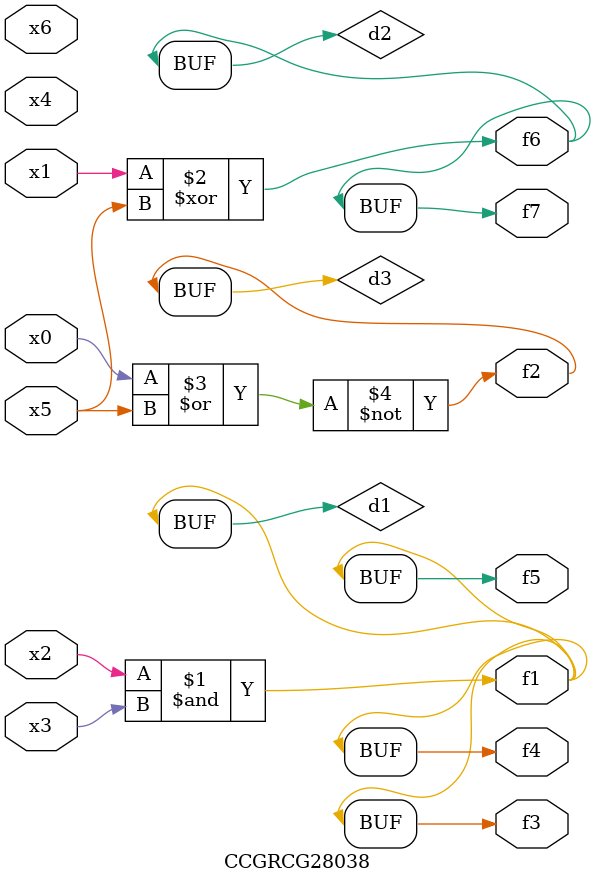
<source format=v>
module CCGRCG28038(
	input x0, x1, x2, x3, x4, x5, x6,
	output f1, f2, f3, f4, f5, f6, f7
);

	wire d1, d2, d3;

	and (d1, x2, x3);
	xor (d2, x1, x5);
	nor (d3, x0, x5);
	assign f1 = d1;
	assign f2 = d3;
	assign f3 = d1;
	assign f4 = d1;
	assign f5 = d1;
	assign f6 = d2;
	assign f7 = d2;
endmodule

</source>
